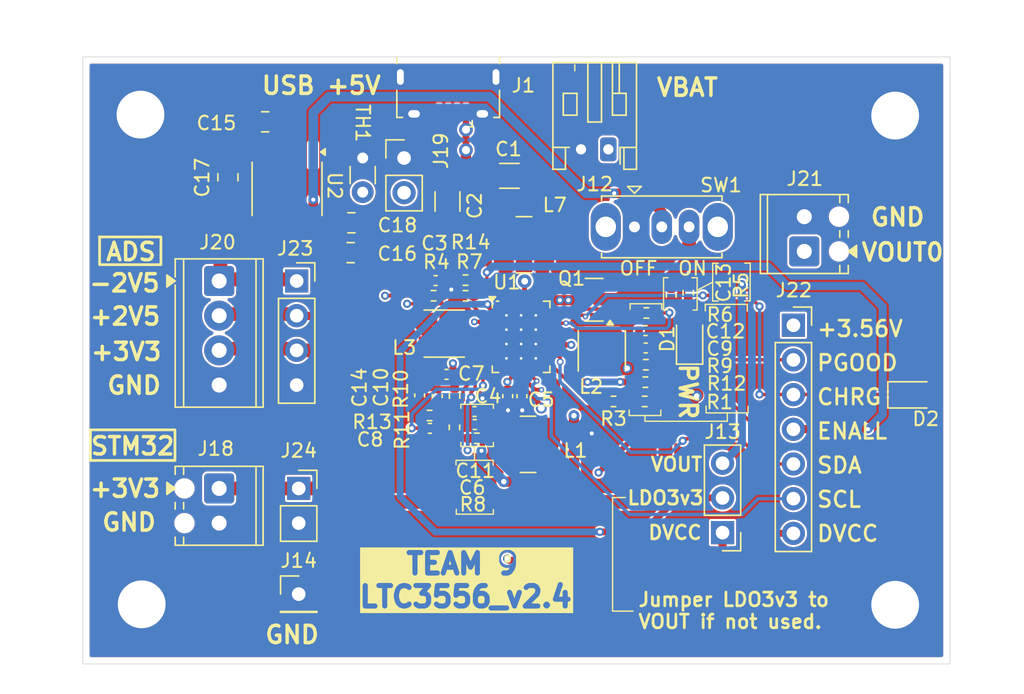
<source format=kicad_pcb>
(kicad_pcb (version 20241229) (generator "pcbnew") (generator_version "9.0")
  (layers (0 "F.Cu" signal) (4 "In1.Cu" signal) (6 "In2.Cu" signal) (2 "B.Cu" signal) (13 "F.Paste" user) (15 "B.Paste" user) (5 "F.SilkS" user "F.Silkscreen") (7 "B.SilkS" user "B.Silkscreen") (1 "F.Mask" user) (3 "B.Mask" user) (25 "Edge.Cuts" user))
  (net 0 "")
  (net 1 "GND")
  (net 2 "Net-(J1-VBUS)")
  (net 3 "Net-(U1-CLPROG)")
  (net 4 "Net-(U1-FB3)")
  (net 5 "Net-(U1-VC3)")
  (net 6 "Net-(U1-FB2)")
  (net 7 "Net-(U1-FB1)")
  (net 8 "Net-(U2-CAP+)")
  (net 9 "Net-(U2-CAP-)")
  (net 10 "Net-(D1-A)")
  (net 14 "VBAT")
  (net 15 "Net-(U1-SW2)")
  (net 16 "Net-(U1-SW1)")
  (net 17 "Net-(U1-SW)")
  (net 18 "Net-(Q1-G)")
  (net 19 "Net-(U1-PROG)")
  (net 20 "Net-(U1-SWCD3)")
  (net 21 "Net-(U1-SWAB3)")
  (net 23 "Net-(D2-A)")
  (net 24 "Net-(J13-Pin_3)")
  (net 25 "Net-(J13-Pin_2)")
  (net 26 "Net-(C3-Pad2)")
  (net 27 "Net-(J19-Pin_2)")
  (net 28 "Net-(U2-OSC)")
  (net 29 "Net-(U2-LV)")
  (net 31 "/VOUT0")
  (net 32 "/DVCC")
  (net 33 "/3V56")
  (net 34 "/3V3")
  (net 35 "/P2V5")
  (net 36 "/CHRG")
  (net 37 "/N2V5")
  (net 38 "/PGOOD")
  (net 39 "/SDA")
  (net 40 "/ENALL")
  (net 41 "/SCL")
  (footprint "Inductor_SMD:L_Coilcraft_LPS3010" (layer "F.Cu") (at 135.5575 99.6825)
    (property "Reference" "L3")
    (property "Value" "4.7uH/500mA")
  )
  (footprint "Capacitor_SMD:C_0402_1005Metric" (layer "F.Cu") (at 133.76 104.21 -90)
    (property "Reference" "C14")
    (property "Value" "10uF")
  )
  (footprint "Resistor_SMD:R_0402_1005Metric_Pad0.72x0.64mm_HandSolder" (layer "F.Cu") (at 137.12 95.767 180)
    (property "Reference" "R14")
    (property "Value" "8.25 Ohm")
  )
  (footprint "Capacitor_SMD:C_1206_3216Metric" (layer "F.Cu") (at 140.33 88.13)
    (property "Reference" "C1")
    (property "Value" "10uF")
  )
  (footprint "Package_TO_SOT_SMD:SOT-23" (layer "F.Cu") (at 146.54 97.205 180)
    (property "Reference" "Q1")
    (property "Value" "SI2333DS")
  )
  (footprint "Capacitor_SMD:C_0805_2012Metric_Pad1.18x1.45mm_HandSolder" (layer "F.Cu") (at 128.71 93.755 180)
    (property "Reference" "C16")
    (property "Value" "10uF")
  )
  (footprint "Resistor_SMD:R_0402_1005Metric_Pad0.72x0.64mm_HandSolder" (layer "F.Cu") (at 150.241 104.648)
    (property "Reference" "R1")
    (property "Value" "510")
  )
  (footprint "TerminalBlock_Phoenix:TerminalBlock_Phoenix_MPT-0,5-2-2.54_1x02_P2.54mm_Horizontal" (layer "F.Cu") (at 119.08 111.02 -90)
    (property "Reference" "J18")
    (property "Value" "Screw_Terminal_01x02")
  )
  (footprint "Capacitor_SMD:C_1206_3216Metric" (layer "F.Cu") (at 135.8 90.01 -90)
    (property "Reference" "C2")
    (property "Value" "100nF")
  )
  (footprint "Connector_PinHeader_2.54mm:PinHeader_1x02_P2.54mm_Vertical" (layer "F.Cu") (at 132.62 86.825)
    (property "Reference" "J19")
    (property "Value" "Conn_01x02_Pin")
  )
  (footprint "Capacitor_SMD:C_0402_1005Metric" (layer "F.Cu") (at 150.3163 100.7375)
    (property "Reference" "C9")
    (property "Value" "10pF")
  )
  (footprint "Capacitor_SMD:C_0402_1005Metric" (layer "F.Cu") (at 134.51 106.62 180)
    (property "Reference" "C8")
    (property "Value" "130pF")
  )
  (footprint "MountingHole:MountingHole_3.5mm_Pad_TopBottom" (layer "F.Cu") (at 168.58 119.54)
    (property "Reference" "H4" (hide yes))
    (property "Value" "MountingHole_Pad")
  )
  (footprint "Inductor_SMD:L_Coilcraft_LPS3010" (layer "F.Cu") (at 147.1 100.95 90)
    (property "Reference" "L2")
    (property "Value" "4.7uH/500mA")
  )
  (footprint "Capacitor_SMD:C_0402_1005Metric" (layer "F.Cu") (at 135.73 102.67)
    (property "Reference" "C7")
    (property "Value" "1uF")
  )
  (footprint "Resistor_SMD:R_0402_1005Metric_Pad0.72x0.64mm_HandSolder" (layer "F.Cu") (at 134.7825 96.91 180)
    (property "Reference" "R4")
    (property "Value" "100K")
  )
  (footprint "MountingHole:MountingHole_3.5mm_Pad_TopBottom" (layer "F.Cu") (at 113.32 83.6475)
    (property "Reference" "H1" (hide yes))
    (property "Value" "MountingHole_Pad")
  )
  (footprint "Connector_PinSocket_2.54mm:PinSocket_1x04_P2.54mm_Vertical" (layer "F.Cu") (at 124.755 95.83)
    (property "Reference" "J23")
    (property "Value" "Conn_01x04")
  )
  (footprint "Connector_PinSocket_2.54mm:PinSocket_1x02_P2.54mm_Vertical" (layer "F.Cu") (at 124.905 111.02)
    (property "Reference" "J24")
    (property "Value" "Conn_01x02")
  )
  (footprint "Resistor_SMD:R_0402_1005Metric_Pad0.72x0.64mm_HandSolder" (layer "F.Cu") (at 137.125 96.915 180)
    (property "Reference" "R7")
    (property "Value" "3.01K")
  )
  (footprint "Resistor_SMD:R_0402_1005Metric_Pad0.72x0.64mm_HandSolder" (layer "F.Cu") (at 134.49 105.68 180)
    (property "Reference" "R13")
    (property "Value" "110K")
  )
  (footprint "Connector_PinHeader_2.54mm:PinHeader_1x03_P2.54mm_Vertical" (layer "F.Cu") (at 155.94 114.255 180)
    (property "Reference" "J13")
    (property "Value" "Conn_01x03_Pin")
  )
  (footprint "Connector_USB:USB_Micro-B_Amphenol_10118194-0001LF_Horizontal" (layer "F.Cu") (at 135.85 82.1944 180)
    (property "Reference" "J1")
    (property "Value" "USB_B_Micro")
  )
  (footprint "Capacitor_THT:C_Disc_D3.0mm_W1.6mm_P2.50mm" (layer "F.Cu") (at 129.59 86.825 -90)
    (property "Reference" "TH1")
    (property "Value" "DNP")
  )
  (footprint "MountingHole:MountingHole_3.5mm_Pad_TopBottom" (layer "F.Cu") (at 168.58 83.72)
    (property "Reference" "H2" (hide yes))
    (property "Value" "MountingHole_Pad")
  )
  (footprint "Capacitor_SMD:C_0805_2012Metric_Pad1.18x1.45mm_HandSolder" (layer "F.Cu") (at 128.765 91.5675)
    (property "Reference" "C18")
    (property "Value" "10uF")
  )
  (footprint "Resistor_SMD:R_0402_1005Metric_Pad0.72x0.64mm_HandSolder" (layer "F.Cu") (at 136.31 106.55 90)
    (property "Reference" "R11")
    (property "Value" "110K")
  )
  (footprint "Package_DFN_QFN:QFN-28-1EP_4x5mm_P0.5mm_EP2.65x3.65mm_ThermalVias" (layer "F.Cu") (at 141.19 99.92)
    (property "Reference" "U1")
    (property "Value" "LTC3556EUFD_PBF")
  )
  (footprint "Capacitor_SMD:C_0402_1005Metric" (layer "F.Cu") (at 140.21 104.26 90)
    (property "Reference" "C4")
    (property "Value" "100nF")
  )
  (footprint "Capacitor_SMD:C_0402_1005Metric" (layer "F.Cu") (at 152.18 96.91 -90)
    (property "Reference" "C13")
    (property "Value" "10uF")
  )
  (footprint "Connector_PinHeader_2.54mm:PinHeader_1x01_P2.54mm_Vertical" (layer "F.Cu") (at 124.905 118.76)
    (property "Reference" "J14")
    (property "Value" "Conn_01x01_Pin")
  )
  (footprint "Capacitor_SMD:C_0805_2012Metric_Pad1.18x1.45mm_HandSolder" (layer "F.Cu") (at 122.4525 84.175 180)
    (property "Reference" "C15")
    (property "Value" "10uF")
  )
  (footprint "Resistor_SMD:R_0402_1005Metric_Pad0.72x0.64mm_HandSolder" (layer "F.Cu") (at 150.368 98.171 180)
    (property "Reference" "R6")
    (property "Value" "3.01K")
  )
  (footprint "Button_Switch_THT:SW_Slide_SPDT_Straight_CK_OS102011MS2Q" (layer "F.Cu") (at 149.49 91.8675)
    (property "Reference" "SW1")
    (property "Value" "SW_SPDT")
  )
  (footprint "Inductor_SMD:L_Coilcraft_LPS4018" (layer "F.Cu") (at 141.6975 107.7925 180)
    (property "Reference" "L1")
    (property "Value" "2.2uH/1.6A")
  )
  (footprint "TerminalBlock_Phoenix:TerminalBlock_Phoenix_MPT-0,5-2-2.54_1x02_P2.54mm_Horizontal" (layer "F.Cu") (at 161.925 93.6625 90)
    (property "Reference" "J21")
    (property "Value" "Screw_Terminal_01x02")
  )
  (footprint "Resistor_SMD:R_0402_1005Metric_Pad0.72x0.64mm_HandSolder" (layer "F.Cu") (at 153.4275 96.6825 -90)
    (property "Reference" "R5")
    (property "Value" "510 Ohm")
  )
  (footprint "LED_SMD:LED_0805_2012Metric_Pad1.15x1.40mm_HandSolder" (layer "F.Cu") (at 153.5275 100.0625 90)
    (property "Reference" "D1")
    (property "Value" "LED")
  )
  (footprint "Capacitor_SMD:C_0402_1005Metric" (layer "F.Cu") (at 135.0495 104.2545 -90)
    (property "Reference" "C10")
    (property "Value" "10pF")
  )
  (footprint "Connector_PinSocket_2.54mm:PinSocket_1x07_P2.54mm_Vertical" (layer "F.Cu") (at 161.13 99.07)
    (property "Reference" "J22")
    (property "Value" "Conn_01x07")
  )
  (footprint "Capacitor_SMD:C_0402_1005Metric" (layer "F.Cu") (at 134.93 95.8)
    (property "Reference" "C3")
    (property "Value" "100nF")
  )
  (footprint "Capacitor_SMD:C_0402_1005Metric" (layer "F.Cu") (at 150.3025 99.4625)
    (property "Reference" "C12")
    (property "Value" "10uF")
  )
  (footprint "Resistor_SMD:R_0402_1005Metric_Pad0.72x0.64mm_HandSolder" (layer "F.Cu") (at 137.95 107.35 180)
    (property "Reference" "R8")
    (property "Value" "383K")
  )
  (footprint "Capacitor_SMD:C_0402_1005Metric" (layer "F.Cu") (at 137.78 105.39 180)
    (property "Reference" "C11")
    (property "Value" "10uF")
  )
  (footprint "Capacitor_SMD:C_0805_2012Metric_Pad1.18x1.45mm_HandSolder" (layer "F.Cu") (at 119.7225 88.235 90)
    (property "Reference" "C17")
    (property "Value" "DNP")
  )
  (footprint "Capacitor_SMD:C_0402_1005Metric" (layer "F.Cu") (at 141.25 104.27 90)
    (property "Reference" "C5")
    (property "Value" "1uF")
  )
  (footprint "Resistor_SMD:R_0402_1005Metric_Pad0.72x0.64mm_HandSolder" (layer "F.Cu") (at 150.2895 103.2385)
    (property "Reference" "R12")
    (property "Value" "110K")
  )
  (footprint "TerminalBlock_Phoenix:TerminalBlock_Phoenix_MPT-0,5-4-2.54_1x04_P2.54mm_Horizontal" (layer "F.Cu") (at 119.08 95.83 -90)
    (property "Reference" "J20")
    (property "Value" "Screw_Terminal_01x04")
  )
  (footprint "Package_SO:SOIC-8_3.9x4.9mm_P1.27mm" (layer "F.Cu") (at 124.0525 89.085 -90)
    (property "Reference" "U2")
    (property "Value" "TC7660B")
  )
  (footprint "Inductor_SMD:L_Coilcraft_LPS4018" (layer "F.Cu") (at 141.3995 93.1801 180)
    (property "Reference" "L7")
    (property "Value" "3.3uH/1.7A")
  )
  (footprint "Capacitor_SMD:C_0402_1005Metric" (layer "F.Cu") (at 137.8 106.34)
    (property "Reference" "C6")
    (property "Value" "1uF")
  )
  (footprint "Resistor_SMD:R_0402_1005Metric_Pad0.72x0.64mm_HandSolder" (layer "F.Cu") (at 147.955 104.648 180)
    (property "Reference" "R3")
    (property "Value" "10K")
  )
  (footprint "Resistor_SMD:R_0402_1005Metric_Pad0.72x0.64mm_HandSolder" (layer "F.Cu") (at 150.3275 101.9625)
    (property "Reference" "R9")
    (property "Value" "350K")
  )
  (footprint "Connector_JST:JST_PH_S2B-PH-K_1x02_P2.00mm_Horizontal" (layer "F.Cu") (at 147.5775 86.19 180)
    (property "Reference" "J12")
    (property "Value" "Conn_01x02_Pin")
  )
  (footprint "LED_SMD:LED_0805_2012Metric_Pad1.15x1.40mm_HandSolder" (layer "F.Cu") (at 169.9025 104.17)
    (property "Reference" "D2")
    (property "Value" "LED")
  )
  (footprint "Resistor_SMD:R_0402_1005Metric_Pad0.72x0.64mm_HandSolder" (layer "F.Cu") (at 136.3195 104.2545 -90)
    (property "Reference" "R10")
    (property "Value" "240K")
  )
  (footprint "MountingHole:MountingHole_3.5mm_Pad_TopBottom" (layer "F.Cu") (at 113.4075 119.505)
    (property "Reference" "H3" (hide yes))
    (property "Value" "MountingHole_Pad")
  )
  (gr_line (start 151.42 105.68) (end 151.42 105.28) (stroke (width 0.1)) (layer "F.SilkS"))
  (gr_line (start 149.1 105.28) (end 149.1 105.68) (stroke (width 0.1)) (layer "F.SilkS"))
  (gr_line (start 137.7825 108.965) (end 137.7825 108.535) (stroke (width 0.1)) (layer "F.SilkS"))
  (gr_line (start 156.285 106.09) (end 156.285 105.49) (stroke (width 0.1)) (layer "F.SilkS"))
  (gr_line (start 139.1625 112.895) (end 139.1625 112.565) (stroke (width 0.1)) (layer "F.SilkS"))
  (gr_line (start 154.08 97.96) (end 153.78 97.96) (stroke (width 0.1)) (layer "F.SilkS"))
  (gr_line (start 151.62 95.59) (end 151.62 97.94) (stroke (width 0.1)) (layer "F.SilkS"))
  (gr_line (start 155.22 97.3) (end 155.62 97.3) (stroke (width 0.1)) (layer "F.SilkS"))
  (gr_line (start 155.22 94.53) (end 155.62 94.53) (stroke (width 0.1)) (layer "F.SilkS"))
  (gr_line (start 154.1 96.495) (end 155.2175 95.915) (stroke (width 0.1)) (layer "F.SilkS"))
  (gr_line (start 150.28 106.1) (end 156.28 106.1) (stroke (width 0.1)) (layer "F.SilkS"))
  (gr_line (start 157.96 97.29) (end 157.56 97.29) (stroke (width 0.1)) (layer "F.SilkS"))
  (gr_line (start 155.215 97.3) (end 155.22 94.53) (stroke (width 0.1)) (layer "F.SilkS"))
  (gr_line (start 154.735 105.49) (end 157.805 105.49) (stroke (width 0.1)) (layer "F.SilkS"))
  (gr_line (start 154.08 95.59) (end 153.69 95.59) (stroke (width 0.1)) (layer "F.SilkS"))
  (gr_line (start 151.62 97.94) (end 151.92 97.94) (stroke (width 0.1)) (layer "F.SilkS"))
  (gr_line (start 139.1345 112.902) (end 136.4445 112.902) (stroke (width 0.1)) (layer "F.SilkS"))
  (gr_line (start 151.49 97.5) (end 149.17 97.5) (stroke (width 0.1)) (layer "F.SilkS"))
  (gr_line (start 136.779 107.95) (end 139.16 107.95) (stroke (width 0.1)) (layer "F.SilkS"))
  (gr_line (start 139.1425 108.99) (end 139.1425 109.31) (stroke (width 0.1)) (layer "F.SilkS"))
  (gr_line (start 157.965 94.52) (end 157.96 97.29) (stroke (width 0.1)) (layer "F.SilkS"))
  (gr_line (start 157.745 98.04) (end 157.745 97.54) (stroke (width 0.1)) (layer "F.SilkS"))
  (gr_line (start 147.8875 111.6875) (end 148.82 111.6875) (stroke (width 0.1)) (layer "F.SilkS"))
  (gr_line (start 137.78 108.6) (end 137.78 107.97) (stroke (width 0.1)) (layer "F.SilkS"))
  (gr_line (start 139.161 104.86) (end 136.78 104.86) (stroke (width 0.1)) (layer "F.SilkS"))
  (gr_line (start 136.78 104.87) (end 136.78 105.15) (stroke (width 0.1)) (layer "F.SilkS"))
  (gr_line (start 154.08 95.59) (end 154.08 97.94) (stroke (width 0.1)) (layer "F.SilkS"))
  (gr_rect (start 110.325 92.605) (end 114.815 94.635) (stroke (width 0.2)) (fill no) (layer "F.SilkS"))
  (gr_line (start 136.4225 108.965) (end 136.4225 109.295) (stroke (width 0.1)) (layer "F.SilkS"))
  (gr_line (start 154.735 104.99) (end 154.735 105.49) (stroke (width 0.1)) (layer "F.SilkS"))
  (gr_line (start 147.8875 120.0025) (end 147.8875 111.6875) (stroke (width 0.1)) (layer "F.SilkS"))
  (gr_line (start 157.96 94.52) (end 157.56 94.52) (stroke (width 0.1)) (layer "F.SilkS"))
  (gr_line (start 150.26 105.68) (end 150.26 106.1) (stroke (width 0.1)) (layer "F.SilkS"))
  (gr_line (start 136.4505 108.958) (end 139.1405 108.958) (stroke (width 0.1)) (layer "F.SilkS"))
  (gr_line (start 157.745 97.54) (end 154.675 97.54) (stroke (width 0.1)) (layer "F.SilkS"))
  (gr_line (start 149.38375 120.0025) (end 147.91125 120.0025) (stroke (width 0.1)) (layer "F.SilkS"))
  (gr_line (start 154.675 97.54) (end 154.675 98.02) (stroke (width 0.1)) (layer "F.SilkS"))
  (gr_line (start 136.4425 112.87) (end 136.4425 112.55) (stroke (width 0.1)) (layer "F.SilkS"))
  (gr_rect (start 109.655 106.73) (end 115.845 108.97) (stroke (width 0.2)) (fill no) (layer "F.SilkS"))
  (gr_line (start 136.779 107.95) (end 136.78 107.65) (stroke (width 0.1)) (layer "F.SilkS"))
  (gr_line (start 139.16 107.94) (end 139.16 107.66) (stroke (width 0.1)) (layer "F.SilkS"))
  (gr_line (start 151.94 95.59) (end 151.63 95.59) (stroke (width 0.1)) (layer "F.SilkS"))
  (gr_line (start 151.49 97.9) (end 151.49 97.5) (stroke (width 0.1)) (layer "F.SilkS"))
  (gr_line (start 145.12 79.9925) (end 145.12 80.4325) (stroke (width 0.1)) (layer "F.SilkS"))
  (gr_line (start 149.17 97.5) (end 149.17 97.9) (stroke (width 0.1)) (layer "F.SilkS"))
  (gr_line (start 157.805 105.49) (end 157.805 105.01) (stroke (width 0.1)) (layer "F.SilkS"))
  (gr_line (start 139.161 104.86) (end 139.16 105.16) (stroke (width 0.1)) (layer "F.SilkS"))
  (gr_line (start 149.1 105.68) (end 151.42 105.68) (stroke (width 0.1)) (layer "F.SilkS"))
  (gr_rect (start 109.095 79.42) (end 172.595 123.87) (stroke (width 0.05)) (fill no) (layer "Edge.Cuts"))
  (gr_text "LDO3v3" (at 148.8675 112.3025 0) (layer "F.SilkS") (effects (font (size 1 1) (thickness 0.2) (bold yes)) (justify left bottom)))
  (gr_text "SDA" (at 162.75 110 0) (layer "F.SilkS") (effects (font (size 1.15 1.15) (thickness 0.2)) (justify left bottom)))
  (gr_text "ADS" (at 114.575 93.695 0) (layer "F.SilkS") (effects (font (size 1.27 1.27) (thickness 0.254) (bold yes)) (justify right)))
  (gr_text "STM32" (at 115.935 107.92 0) (layer "F.SilkS") (effects (font (size 1.27 1.27) (thickness 0.254) (bold yes)) (justify right)))
  (gr_text "OFF  ON" (at 151.6 94.91 0) (layer "F.SilkS") (effects (font (size 1 1))))
  (gr_text "CHRG" (at 162.75 105 0) (layer "F.SilkS") (effects (font (size 1.15 1.15) (thickness 0.2)) (justify left bottom)))
  (gr_text "PGOOD" (at 162.75 102.5 0) (layer "F.SilkS") (effects (font (size 1.15 1.15) (thickness 0.2)) (justify left bottom)))
  (gr_text "GND" (at 166.66 91.9 0) (layer "F.SilkS") (effects (font (size 1.27 1.27) (thickness 0.254) (bold yes)) (justify left bottom)))
  (gr_text "GND" (at 110.38 114.24 0) (layer "F.SilkS") (effects (font (size 1.27 1.27) (thickness 0.254) (bold yes)) (justify left bottom)))
  (gr_text "PWR" (at 152.674 101.758 270) (layer "F.SilkS") (effects (font (size 1.27 1.27) (thickness 0.254) (bold yes)) (justify left bottom)))
  (gr_text "   TEAM 9\nLTC3556_v2.4" (at 129.17 119.8325 0) (layer "F.SilkS" knockout) (effects (font (size 1.5 1.5) (thickness 0.375) (bold yes)) (justify left bottom)))
  (gr_text "-2V5" (at 114.86 96.73 0) (layer "F.SilkS") (effects (font (size 1.27 1.27) (thickness 0.254) (bold yes)) (justify right bottom)))
  (gr_text "SCL" (at 162.75 112.5 0) (layer "F.SilkS") (effects (font (size 1.15 1.15) (thickness 0.2)) (justify left bottom)))
  (gr_text "USB +5V" (at 122.07 82.26 0) (layer "F.SilkS") (effects (font (size 1.27 1.27) (thickness 0.254) (bold yes)) (justify left bottom)))
  (gr_text "+2V5" (at 109.49 99.16 0) (layer "F.SilkS") (effects (font (size 1.27 1.27) (thickness 0.254) (bold yes)) (justify left bottom)))
  (gr_text "+3V3" (at 109.57 101.75 0) (layer "F.SilkS") (effects (font (size 1.27 1.27) (thickness 0.254) (bold yes)) (justify left bottom)))
  (gr_text "DVCC\n" (at 150.395 114.84 0) (layer "F.SilkS") (effects (font (size 1 1) (thickness 0.2) (bold yes)) (justify left bottom)))
  (gr_text "VOUT0" (at 165.99 94.47 0) (layer "F.SilkS") (effects (font (size 1.27 1.27) (thickness 0.254) (bold yes)) (justify left bottom)))
  (gr_text "DVCC" (at 162.75 115 0) (layer "F.SilkS") (effects (font (size 1.15 1.15) (thickness 0.2)) (justify left bottom)))
  (gr_text "GND" (at 122.32 122.477 0) (layer "F.SilkS") (effects (font (size 1.27 1.27) (thickness 0.254) (bold yes)) (justify left bottom)))
  (gr_text "+3V3" (at 109.48 111.77 0) (layer "F.SilkS") (effects (font (size 1.27 1.27) (thickness 0.254) (bold yes)) (justify left bottom)))
  (gr_text "VBAT" (at 150.99 82.4 0) (layer "F.SilkS") (effects (font (size 1.27 1.27) (thickness 0.254) (bold yes)) (justify left bottom)))
  (gr_text "VOUT" (at 150.5825 109.8425 0) (layer "F.SilkS") (effects (font (size 1 1) (thickness 0.2) (bold yes)) (justify left bottom)))
  (gr_text "ENALL" (at 162.75 107.5 0) (layer "F.SilkS") (effects (font (size 1.15 1.15) (thickness 0.2)) (justify left bottom)))
  (gr_text "+3.56V" (at 162.75 100 0) (layer "F.SilkS") (effects (font (size 1.15 1.15) (thickness 0.2)) (justify left bottom)))
  (gr_text "GND" (at 110.75 104.22 0) (layer "F.SilkS") (effects (font (size 1.27 1.27) (thickness 0.254) (bold yes)) (justify left bottom)))
  (gr_text "Jumper LDO3v3 to \nVOUT if not used." (at 149.675 121.355 0) (layer "F.SilkS") (effects (font (size 1 1) (thickness 0.2) (bold yes)) (justify left bottom)))
  (segment (start 137.1675 105.9825) (end 137.3 105.85) (width 0.25) (layer "F.Cu") (net 1))
  (segment (start 137.33 105.39) (end 137.3 105.39) (width 0.25) (layer "F.Cu") (net 1))
  (segment (start 140.23 105.31) (end 140.23 104.76) (width 0.25) (layer "F.Cu") (net 1))
  (segment (start 138.36 104.43) (end 138.29 104.43) (width 0.25) (layer "F.Cu") (net 1))
  (segment (start 137.3 106.32) (end 137.32 106.34) (width 0.25) (layer "F.Cu") (net 1))
  (segment (start 141.27 105.37) (end 141.27 104.77) (width 0.25) (layer "F.Cu") (net 1))
  (segment (start 136.105 96.46) (end 136.555 96.91) (width 0.4) (layer "F.Cu") (net 1))
  (segment (start 137.3 105.39) (end 137.3 105.85) (width 0.25) (layer "F.Cu") (net 1))
  (segment (start 138.29 104.43) (end 137.33 105.39) (width 0.25) (layer "F.Cu") (net 1))
  (segment (start 136.08 96.46) (end 136.105 96.46) (width 0.25) (layer "F.Cu") (net 1))
  (segment (start 141.27 104.77) (end 141.25 104.75) (width 0.25) (layer "F.Cu") (net 1))
  (segment (start 140.23 104.76) (end 140.21 104.74) (width 0.25) (layer "F.Cu") (net 1))
  (segment (start 137.3 105.85) (end 137.3 106.32) (width 0.25) (layer "F.Cu") (net 1))
  (segment (start 136.24 105.9825) (end 137.1675 105.9825) (width 0.25) (layer "F.Cu") (net 1))
  (via (at 141.27 105.3) (size 0.6) (drill 0.3) (layers "F.Cu" "B.Cu") (net 1))
  (via (at 146.3625 106.9925) (size 0.6) (drill 0.3) (layers "F.Cu" "B.Cu") (net 1))
  (via (at 140.23 105.3) (size 0.6) (drill 0.3) (layers "F.Cu" "B.Cu") (net 1))
  (via (at 136.08 96.46) (size 0.5) (drill 0.3) (layers "F.Cu" "B.Cu") (net 1))
  (via (at 138.36 104.43) (size 0.6) (drill 0.3) (layers "F.Cu" "B.Cu") (net 1))
  (segment (start 137.155 88.03) (end 138.765 88.03) (width 0.635) (layer "F.Cu") (net 2))
  (segment (start 137.15 84.3067) (end 137.15 86.245) (width 0.5) (layer "F.Cu") (net 2))
  (segment (start 134.567532 97.506) (end 134.573532 97.5) (width 0.25) (layer "F.Cu") (net 2))
  (segment (start 134.573532 97.5) (end 135.3275 97.5) (width 0.25) (layer "F.Cu") (net 2))
  (segment (start 141.44 95.8574) (end 141.4503 95.8471) (width 0.25) (layer "F.Cu") (net 2))
  (segment (start 133.796468 97.5) (end 133.802468 97.506) (width 0.25) (layer "F.Cu") (net 2))
  (segment (start 141.44 97.47) (end 141.44 95.8574) (width 0.35) (layer "F.Cu") (net 2))
  (segment (start 133.802468 97.506) (end 134.567532 97.506) (width 0.25) (layer "F.Cu") (net 2))
  (segment (start 137.15 86.245) (end 137.15 88.025) (width 0.75) (layer "F.Cu") (net 2))
  (segment (start 137.15 88.025) (end 137.155 88.03) (width 0.5) (layer "F.Cu") (net 2))
  (segment (start 135.38 97.4475) (end 135.38 96.91) (width 0.25) (layer "F.Cu") (net 2))
  (segment (start 138.765 88.03) (end 138.825 88.09) (width 0.635) (layer "F.Cu") (net 2))
  (segment (start 135.3275 97.5) (end 135.38 97.4475) (width 0.25) (layer "F.Cu") (net 2))
  (segment (start 132.85 97.5) (end 133.796468 97.5) (width 0.25) (layer "F.Cu") (net 2))
  (segment (start 137.15 84.255) (end 137.15 83.595) (width 0.4) (layer "F.Cu") (net 2))
  (segment (start 136.65 88.535) (end 137.155 88.03) (width 0.635) (layer "F.Cu") (net 2))
  (segment (start 136.29 88.535) (end 136.65 88.535) (width 0.635) (layer "F.Cu") (net 2))
  (via (at 137.15 84.7475) (size 1) (drill 0.6) (layers "F.Cu" "B.Cu") (net 2))
  (via (at 141.4503 95.8471) (size 1) (drill 0.5) (layers "F.Cu" "B.Cu") (net 2))
  (via (at 137.15 86.245) (size 1) (drill 0.6) (layers "F.Cu" "B.Cu") (net 2))
  (via (at 132.842 97.5) (size 0.6) (drill 0.3) (layers "F.Cu" "B.Cu") (net 2))
  (segment (start 137.7275 97.26) (end 137.7275 97.7225) (width 0.25) (layer "F.Cu") (net 3))
  (segment (start 137.7175 95.767) (end 137.7175 97.25) (width 0.25) (layer "F.Cu") (net 3))
  (segment (start 137.7175 97.25) (end 137.7275 97.26) (width 0.25) (layer "F.Cu") (net 3))
  (segment (start 137.7275 97.7225) (end 138.675 98.67) (width 0.25) (layer "F.Cu") (net 3))
  (segment (start 138.675 98.67) (end 139.24 98.67) (width 0.25) (layer "F.Cu") (net 3))
  (segment (start 136.2425 107.18) (end 136.24 107.1775) (width 0.25) (layer "F.Cu") (net 4))
  (segment (start 135.5475 107.1775) (end 134.99 106.62) (width 0.25) (layer "F.Cu") (net 4))
  (segment (start 137.822499 103.687501) (end 137.822499 102.167501) (width 0.25) (layer "F.Cu") (net 4))
  (segment (start 137.3025 108.1875) (end 137.3025 107.42) (width 0.25) (layer "F.Cu") (net 4))
  (segment (start 137.3025 107.42) (end 137.0625 107.18) (width 0.25) (layer "F.Cu") (net 4))
  (segment (start 137.27 108.22) (end 137.3025 108.1875) (width 0.25) (layer "F.Cu") (net 4))
  (segment (start 137.53 104.35) (end 137.53 103.98) (width 0.25) (layer "F.Cu") (net 4))
  (segment (start 137.822499 102.167501) (end 138.82 101.17) (width 0.25) (layer "F.Cu") (net 4))
  (segment (start 138.82 101.17) (end 139.24 101.17) (width 0.25) (layer "F.Cu") (net 4))
  (segment (start 137.0625 107.18) (end 136.2425 107.18) (width 0.25) (layer "F.Cu") (net 4))
  (segment (start 136.24 107.1775) (end 135.5475 107.1775) (width 0.25) (layer "F.Cu") (net 4))
  (segment (start 137.53 103.98) (end 137.822499 103.687501) (width 0.25) (layer "F.Cu") (net 4))
  (via (at 137.53 104.35) (size 0.6) (drill 0.3) (layers "F.Cu" "B.Cu") (net 4))
  (via (at 137.27 108.22) (size 0.6) (drill 0.3) (layers "F.Cu" "B.Cu") (net 4))
  (segment (start 137.27 108.22) (end 137.27 104.61) (width 0.25) (layer "B.Cu") (net 4))
  (segment (start 137.27 104.61) (end 137.53 104.35) (width 0.25) (layer "B.Cu") (net 4))
  (segment (start 138.397499 102.512501) (end 139.24 101.67) (width 0.25) (layer "F.Cu") (net 5))
  (segment (start 138.397499 103.486002) (end 138.397499 102.512501) (width 0.25) (layer "F.Cu") (net 5))
  (segment (start 133.18 106.61) (end 134.02 106.61) (width 0.25) (layer "F.Cu") (net 5))
  (segment (start 134.02 106.61) (end 134.03 106.62) (width 0.25) (layer "F.Cu") (net 5))
  (via (at 133.18 106.61) (size 0.6) (drill 0.3) (layers "F.Cu" "B.Cu") (net 5))
  (via (at 138.397499 103.486002) (size 0.6) (drill 0.3) (layers "F.Cu" "B.Cu") (net 5))
  (segment (start 133.18 105.57) (end 133.18 106.61) (width 0.25) (layer "B.Cu") (net 5))
  (segment (start 138.123501 103.76) (end 134.99 103.76) (width 0.25) (layer "B.Cu") (net 5))
  (segment (start 134.99 103.76) (end 133.18 105.57) (width 0.25) (layer "B.Cu") (net 5))
  (segment (start 138.397499 103.486002) (end 138.123501 103.76) (width 0.25) (layer "B.Cu") (net 5))
  (segment (start 150.925 100.8662) (end 150.7963 100.7375) (width 0.25) (layer "F.Cu") (net 6))
  (segment (start 143.601304 100.678411) (end 143.672893 100.75) (width 0.3) (layer "F.Cu") (net 6))
  (segment (start 150.925 101.9625) (end 150.925 100.8662) (width 0.3) (layer "F.Cu") (net 6))
  (segment (start 144.88 102.53) (end 145.5725 103.2225) (width 0.5) (layer "F.Cu") (net 6))
  (segment (start 143.879173 100.76) (end 144.27 101.05) (width 0.3) (layer "F.Cu") (net 6))
  (segment (start 144.88 101.3) (end 144.88 102.53) (width 0.5) (layer "F.Cu") (net 6))
  (segment (start 143.609716 100.67) (end 143.14 100.67) (width 0.25) (layer "F.Cu") (net 6))
  (segment (start 149.692 103.1955) (end 149.8045 103.1955) (width 0.3) (layer "F.Cu") (net 6))
  (segment (start 150.925 102.075) (end 150.925 101.9625) (width 0.3) (layer "F.Cu") (net 6))
  (segment (start 145.5725 103.2225) (end 146.0575 103.2225) (width 0.5) (layer "F.Cu") (net 6))
  (segment (start 149.8045 103.1955) (end 150.925 102.075) (width 0.4) (layer "F.Cu") (net 6))
  (segment (start 148.4475 103.2225) (end 149.676 103.2225) (width 0.5) (layer "F.Cu") (net 6))
  (segment (start 143.672893 100.75) (end 143.71 100.75) (width 0.3) (layer "F.Cu") (net 6))
  (segment (start 143.71 100.75) (end 143.72 100.76) (width 0.3) (layer "F.Cu") (net 6))
  (segment (start 149.676 103.2225) (end 149.692 103.2385) (width 0.25) (layer "F.Cu") (net 6))
  (segment (start 144.27 101.05) (end 144.88 101.2) (width 0.3) (layer "F.Cu") (net 6))
  (segment (start 149.692 103.2385) (end 149.692 103.1955) (width 0.25) (layer "F.Cu") (net 6))
  (segment (start 143.72 100.76) (end 143.879173 100.76) (width 0.3) (layer "F.Cu") (net 6))
  (via (at 146.0575 103.2225) (size 0.6) (drill 0.3) (layers "F.Cu" "B.Cu") (net 6))
  (via (at 148.4475 103.2225) (size 0.6) (drill 0.3) (layers "F.Cu" "B.Cu") (net 6))
  (segment (start 146.0575 103.2225) (end 148.4475 103.2225) (width 0.5) (layer "B.Cu") (net 6))
  (segment (start 136.658 104.852) (end 136.3195 104.852) (width 0.25) (layer "F.Cu") (net 7))
  (segment (start 136.9375 103.7925) (end 136.9375 104.5725) (width 0.25) (layer "F.Cu") (net 7))
  (segment (start 137.4225 103.3075) (end 136.9375 103.7925) (width 0.25) (layer "F.Cu") (net 7))
  (segment (start 138.71 100.67) (end 137.4225 101.9575) (width 0.25) (layer "F.Cu") (net 7))
  (segment (start 136.202 104.7345) (end 136.3195 104.852) (width 0.25) (layer "F.Cu") (net 7))
  (segment (start 139.24 100.67) (end 138.71 100.67) (width 0.25) (layer "F.Cu") (net 7))
  (segment (start 136.9375 104.5725) (end 136.658 104.852) (width 0.25) (layer "F.Cu") (net 7))
  (segment (start 135.0495 104.7345) (end 135.0495 105.642) (width 0.25) (layer "F.Cu") (net 7))
  (segment (start 135.0495 104.7345) (end 136.202 104.7345) (width 0.25) (layer "F.Cu") (net 7))
  (segment (start 137.4225 101.9575) (end 137.4225 103.3075) (width 0.25) (layer "F.Cu") (net 7))
  (segment (start 135.0495 105.642) (end 135.0875 105.68) (width 0.25) (layer "F.Cu") (net 7))
  (segment (start 123.49 84.175) (end 124.25 84.175) (width 0.6) (layer "F.Cu") (net 8))
  (segment (start 124.6875 84.6125) (end 124.6875 86.61) (width 0.6) (layer "F.Cu") (net 8))
  (segment (start 124.25 84.175) (end 124.6875 84.6125) (width 0.6) (layer "F.Cu") (net 8))
  (segment (start 121.705 86.61) (end 122.1 86.61) (width 0.7) (layer "F.Cu") (net 9))
  (segment (start 121.415 86.32) (end 121.705 86.61) (width 0.6) (layer "F.Cu") (net 9))
  (segment (start 121.415 84.175) (end 121.415 86.32) (width 0.6) (layer "F.Cu") (net 9))
  (segment (start 153.5275 97.38) (end 153.4275 97.28) (width 0.25) (layer "F.Cu") (net 10))
  (segment (start 153.5275 99.0375) (end 153.5275 97.38) (width 0.25) (layer "F.Cu") (net 10))
  (segment (start 145.57 97.2375) (end 142.8425 97.2375) (width 0.75) (layer "F.Cu") (net 14))
  (segment (start 142.8425 97.2375) (end 142.6775 97.4025) (width 0.75) (layer "F.Cu") (net 14))
  (via (at 144.0275 97.2375) (size 0.6) (drill 0.3) (layers "F.Cu" "B.Cu") (net 14))
  (via (at 144.6525 97.2375) (size 0.6) (drill 0.3) (layers "F.Cu" "B.Cu") (net 14))
  (segment (start 143.14 99.67) (end 144.46 99.67) (width 0.45) (layer "F.Cu") (net 15))
  (segment (start 147.0975 99.6825) (end 147.1 99.68) (width 0.75) (layer "F.Cu") (net 15))
  (segment (start 144.4875 99.6825) (end 147.0975 99.6825) (width 0.75) (layer "F.Cu") (net 15))
  (segment (start 137.9775 99.6825) (end 136.8275 99.6825) (width 0.75) (layer "F.Cu") (net 16))
  (segment (start 139.24 99.67) (end 138.06 99.67) (width 0.45) (layer "F.Cu") (net 16))
  (segment (start 140.0475 95.8875) (end 140.0475 95.1625) (width 1) (layer "F.Cu") (net 17))
  (segment (start 140.0475 95.1625) (end 140.0575 95.1525) (width 1) (layer "F.Cu") (net 17))
  (segment (start 140.94 97.47) (end 140.94 96.875) (width 0.25) (layer "F.Cu") (net 17))
  (segment (start 140.8775 96.875) (end 140.185 96.12) (width 0.4) (layer "F.Cu") (net 17))
  (segment (start 143.42 97.89) (end 147.485 97.89) (width 0.25) (layer "F.Cu") (net 18))
  (segment (start 143.14 98.17) (end 143.42 97.89) (width 0.25) (layer "F.Cu") (net 18))
  (segment (start 152.029 98.171) (end 152.0475 98.1525) (width 0.25) (layer "F.Cu") (net 19))
  (segment (start 143.69 99.17) (end 143.9375 98.9225) (width 0.25) (layer "F.Cu") (net 19))
  (segment (start 150.9655 98.171) (end 152.029 98.171) (width 0.25) (layer "F.Cu") (net 19))
  (segment (start 144.4675 98.9225) (end 144.4775 98.9125) (width 0.25) (layer "F.Cu") (net 19))
  (segment (start 143.14 99.17) (end 143.69 99.17) (width 0.25) (layer "F.Cu") (net 19))
  (segment (start 143.9375 98.9225) (end 144.4675 98.9225) (width 0.25) (layer "F.Cu") (net 19))
  (via (at 152.0475 98.1525) (size 0.6) (drill 0.3) (layers "F.Cu" "B.Cu") (net 19))
  (via (at 144.4775 98.9125) (size 0.4) (drill 0.2) (layers "F.Cu" "B.Cu") (net 19))
  (segment (start 144.8975 98.9125) (end 144.4775 98.9125) (width 0.25) (layer "B.Cu") (net 19))
  (segment (start 152.0475 98.1525) (end 152.0475 99.0925) (width 0.25) (layer "B.Cu") (net 19))
  (segment (start 145.2825 99.2975) (end 144.8975 98.9125) (width 0.25) (layer "B.Cu") (net 19))
  (segment (start 151.8325 99.2975) (end 145.2825 99.2975) (width 0.25) (layer "B.Cu") (net 19))
  (segment (start 151.8375 99.3025) (end 151.8325 99.2975) (width 0.25) (layer "B.Cu") (net 19))
  (segment (start 152.0475 99.0925) (end 151.8375 99.3025) (width 0.25) (layer "B.Cu") (net 19))
  (segment (start 143.6725 103.3925) (end 143.6725 107.6625) (width 0.75) (layer "F.Cu") (net 20))
  (segment (start 142.6972 102.3366) (end 143.6725 103.3925) (width 0.75) (layer "F.Cu") (net 20))
  (segment (start 139.6975 106.1825) (end 139.6975 107.6625) (width 0.75) (layer "F.Cu") (net 21))
  (segment (start 139.27 102.7975) (end 139.27 105.71) (width 0.75) (layer "F.Cu") (net 21))
  (segment (start 139.27 105.71) (end 139.72 106.16) (width 0.8) (layer "F.Cu") (net 21))
  (segment (start 139.6975 102.37) (end 139.27 102.7975) (width 0.75) (layer "F.Cu") (net 21))
  (segment (start 159.79 107.96) (end 170.04 107.96) (width 0.25) (layer "F.Cu") (net 23))
  (segment (start 155.14 103.31) (end 159.79 107.96) (width 0.25) (layer "F.Cu") (net 23))
  (segment (start 170.7175 107.2825) (end 170.7175 104.38) (width 0.25) (layer "F.Cu") (net 23))
  (segment (start 153.611 103.31) (end 155.14 103.31) (width 0.25) (layer "F.Cu") (net 23))
  (segment (start 152.273 104.648) (end 153.611 103.31) (width 0.25) (layer "F.Cu") (net 23))
  (segment (start 150.9655 104.648) (end 152.273 104.648) (width 0.25) (layer "F.Cu") (net 23))
  (segment (start 170.04 107.96) (end 170.7175 107.2825) (width 0.25) (layer "F.Cu") (net 23))
  (segment (start 153.4275 96.085) (end 152.195 96.085) (width 0.6) (layer "F.Cu") (net 24))
  (segment (start 141.94 97.47) (end 141.94 96.876284) (width 0.25) (layer "F.Cu") (net 24))
  (segment (start 157.353 96.0625) (end 157.3405 96.075) (width 0.6) (layer "F.Cu") (net 24))
  (segment (start 152.195 96.085) (end 152.1875 96.0925) (width 0.25) (layer "F.Cu") (net 24))
  (segment (start 142.751858 95.9125) (end 142.751858 95.2425) (width 1) (layer "F.Cu") (net 24))
  (segment (start 151.8645 95.9125) (end 153.49 94.287) (width 1) (layer "F.Cu") (net 24))
  (segment (start 153.49 94.287) (end 153.49 91.8675) (width 1) (layer "F.Cu") (net 24))
  (segment (start 142.903784 95.9125) (end 151.8645 95.9125) (width 1) (layer "F.Cu") (net 24))
  (segment (start 141.9775 96.876284) (end 142.751858 96.064426) (width 0.4) (layer "F.Cu") (net 24))
  (segment (start 157.3405 96.075) (end 153.4375 96.075) (width 0.6) (layer "F.Cu") (net 24))
  (via (at 157.353 96.0625) (size 0.6) (drill 0.3) (layers "F.Cu" "B.Cu") (net 24))
  (segment (start 157.353 96.0625) (end 157.353 107.762) (width 0.6) (layer "B.Cu") (net 24))
  (segment (start 157.353 107.762) (end 155.94 109.175) (width 0.6) (layer "B.Cu") (net 24))
  (segment (start 152.6175 111.715) (end 155.94 111.715) (width 0.5) (layer "F.Cu") (net 25))
  (segment (start 138.726 97.536) (end 139.24 98.05) (width 0.5) (layer "F.Cu") (net 25))
  (segment (start 146.9625 114.2) (end 150.1325 114.2) (width 0.5) (layer "F.Cu") (net 25))
  (segment (start 150.1325 114.2) (end 152.6175 111.715) (width 0.5) (layer "F.Cu") (net 25))
  (via (at 138.726 97.536) (size 0.6) (drill 0.3) (layers "F.Cu" "B.Cu") (net 25))
  (via (at 146.9625 114.2) (size 0.6) (drill 0.3) (layers "F.Cu" "B.Cu") (net 25))
  (segment (start 135.763 97.536) (end 132.334 100.965) (width 0.5) (layer "B.Cu") (net 25))
  (segment (start 138.726 97.536) (end 135.763 97.536) (width 0.5) (layer "B.Cu") (net 25))
  (segment (start 132.334 100.965) (end 132.334 111.6365) (width 0.5) (layer "B.Cu") (net 25))
  (segment (start 134.8975 114.2) (end 146.9625 114.2) (width 0.5) (layer "B.Cu") (net 25))
  (segment (start 132.334 111.6365) (end 134.8975 114.2) (width 0.5) (layer "B.Cu") (net 25))
  (segment (start 135.41 95.8) (end 136.4895 95.8) (width 0.25) (layer "F.Cu") (net 26))
  (segment (start 134.175 96.9) (end 134.185 96.91) (width 0.25) (layer "F.Cu") (net 27))
  (segment (start 137.87 98.82) (end 138.17 98.82) (width 0.3) (layer "F.Cu") (net 27))
  (segment (start 131.24 96.9) (end 134.175 96.9) (width 0.3) (layer "F.Cu") (net 27))
  (segment (start 138.52 99.17) (end 139.24 99.17) (width 0.25) (layer "F.Cu") (net 27))
  (segment (start 138.17 98.82) (end 138.52 99.14) (width 0.3) (layer "F.Cu") (net 27))
  (segment (start 131.23 96.91) (end 131.24 96.9) (width 0.25) (layer "F.Cu") (net 27))
  (via (at 137.77 98.82) (size 0.5) (drill 0.25) (layers "F.Cu" "B.Cu") (net 27))
  (via (at 131.23 96.91) (size 0.6) (drill 0.3) (layers "F.Cu" "B.Cu") (net 27))
  (segment (start 125.3575 93.575) (end 127.8625 93.575) (width 0.6) (layer "F.Cu") (net 28))
  (segment (start 124.6875 91.56) (end 124.6875 92.905) (width 0.6) (layer "F.Cu") (net 28))
  (segment (start 124.6875 92.905) (end 125.3575 93.575) (width 0.6) (layer "F.Cu") (net 28))
  (segment (start 122.89 89.2725) (end 123.4175 89.8) (width 0.6) (layer "F.Cu") (net 29))
  (segment (start 119.7225 89.2725) (end 122.89 89.2725) (width 0.6) (layer "F.Cu") (net 29))
  (segment (start 123.4175 89.8) (end 123.4175 91.56) (width 0.6) (layer "F.Cu") (net 29))
  (segment (start 119.7225 89.48) (end 119.7225 89.2725) (width 0.6) (layer "F.Cu") (net 29))
  (segment (start 141.47 103.79) (end 141.25 103.79) (width 0.4) (layer "F.Cu") (net 31))
  (segment (start 149.63 104.7885) (end 149.733 104.6855) (width 0.4) (layer "F.Cu") (net 31))
  (segment (start 151.49 90.784) (end 151.49 91.8675) (width 0.7) (layer "F.Cu") (net 31))
  (segment (start 125.97 91.5475) (end 125.9575 91.56) (width 0.7) (layer "F.Cu") (net 31))
  (segment (start 148.005 89.408) (end 150.114 89.408) (width 0.7) (layer "F.Cu") (net 31))
  (segment (start 142.67 105.14) (end 142.67 104.96) (width 0.3) (layer "F.Cu") (net 31))
  (segment (start 142.67 104.96) (end 142.64 104.96) (width 0.4) (layer "F.Cu") (net 31))
  (segment (start 149.7705 104.648) (end 148.5525 104.648) (width 0.25) (layer "F.Cu") (net 31))
  (segment (start 125.9575 91.56) (end 127.72 91.56) (width 0.7) (layer "F.Cu") (net 31))
  (segment (start 140.94 102.37) (end 140.94 103.48) (width 0.4) (layer "F.Cu") (net 31))
  (segment (start 125.97 89.8775) (end 125.97 91.5475) (width 0.7) (layer "F.Cu") (net 31))
  (segment (start 142.64 104.96) (end 141.47 103.79) (width 0.4) (layer "F.Cu") (net 31))
  (segment (start 150.114 89.408) (end 151.49 90.784) (width 0.7) (layer "F.Cu") (net 31))
  (segment (start 140.94 103.48) (end 141.25 103.79) (width 0.4) (layer "F.Cu") (net 31))
  (segment (start 127.72 91.56) (end 127.7275 91.5675) (width 0.7) (layer "F.Cu") (net 31))
  (segment (start 146.862837 109.857163) (end 149.63 107.09) (width 0.4) (layer "F.Cu") (net 31))
  (segment (start 149.63 107.09) (end 149.63 104.7885) (width 0.4) (layer "F.Cu") (net 31))
  (via (at 148.005 89.408) (size 0.6) (drill 0.3) (layers "F.Cu" "B.Cu") (net 31))
  (via (at 125.97 89.8775) (size 0.6) (drill 0.3) (layers "F.Cu" "B.Cu") (net 31))
  (via (at 146.862837 109.857163) (size 0.6) (drill 0.3) (layers "F.Cu" "B.Cu") (net 31))
  (via (at 142.67 105.14) (size 0.8) (drill 0.5) (layers "F.Cu" "B.Cu") (net 31))
  (segment (start 138.87 82.3325) (end 127.12 82.3325) (width 0.7) (layer "B.Cu") (net 31))
  (segment (start 125.97 83.4825) (end 125.97 89.8775) (width 0.7) (layer "B.Cu") (net 31))
  (segment (start 127.12 82.3325) (end 125.97 83.4825) (width 0.7) (layer "B.Cu") (net 31))
  (segment (start 148.005 89.408) (end 145.9455 89.408) (width 0.7) (layer "B.Cu") (net 31))
  (segment (start 145.9455 89.408) (end 138.87 82.3325) (width 0.7) (layer "B.Cu") (net 31))
  (segment (start 140.44 102.956041) (end 140.44 102.37) (width 0.25) (layer "F.Cu") (net 32))
  (segment (start 140.1675 116.1625) (end 140.2825 116.2775) (width 0.5) (layer "F.Cu") (net 32))
  (segment (start 140.182389 103.213652) (end 140.44 102.956041) (width 0.25) (layer "F.Cu") (net 32))
  (segment (start 155.075 116.2775) (end 157.7775 116.2775) (width 0.5) (layer "F.Cu") (net 32))
  (segment (start 155.94 114.255) (end 155.94 116.14) (width 0.6) (layer "F.Cu") (net 32))
  (segment (start 140.182389 103.213652) (end 140.21 103.241263) (width 0.25) (layer "F.Cu") (net 32))
  (segment (start 140.2825 116.2775) (end 155.8025 116.2775) (width 0.5) (layer "F.Cu") (net 32))
  (segment (start 140.21 103.241263) (end 140.21 103.78) (width 0.25) (layer "F.Cu") (net 32))
  (segment (start 159.745 114.31) (end 161.13 114.31) (width 0.5) (layer "F.Cu") (net 32))
  (segment (start 157.7775 116.2775) (end 159.745 114.31) (width 0.5) (layer "F.Cu") (net 32))
  (via (at 140.182389 103.213652) (size 0.6) (drill 0.3) (layers "F.Cu" "B.Cu") (net 32))
  (via (at 140.1675 116.1625) (size 0.6) (drill 0.3) (layers "F.Cu" "B.Cu") (net 32))
  (segment (start 136.2 101.86) (end 136.2 102.66) (width 0.5) (layer "F.Cu") (net 33))
  (segment (start 138.62 100.17) (end 139.24 100.17) (width 0.25) (layer "F.Cu") (net 33))
  (segment (start 136.8 102.67) (end 137.0225 102.4475) (width 0.25) (layer "F.Cu") (net 33))
  (segment (start 142.68 103.8) (end 142.217107 103.8) (width 0.3) (layer "F.Cu") (net 33))
  (segment (start 142.217107 103.8) (end 141.44 103.022893) (width 0.3) (layer "F.Cu") (net 33))
  (segment (start 136.2 102.66) (end 136.21 102.67) (width 0.25) (layer "F.Cu") (net 33))
  (segment (start 138.352 108.198) (end 138.352 105.42) (width 0.4) (layer "F.Cu") (net 33))
  (segment (start 137.0225 102.4475) (end 137.0225 101.7675) (width 0.25) (layer "F.Cu") (net 33))
  (segment (start 144.615011 110.524989) (end 145.06 110.08) (width 0.75) (layer "F.Cu") (net 33))
  (segment (start 136.21 102.67) (end 136.8 102.67) (width 0.25) (layer "F.Cu") (net 33))
  (segment (start 138.29 108.26) (end 138.352 108.198) (width 0.25) (layer "F.Cu") (net 33))
  (segment (start 141.44 103.022893) (end 141.44 102.37) (width 0.3) (layer "F.Cu") (net 33))
  (segment (start 143.88 100.17) (end 143.14 100.17) (width 0.25) (layer "F.Cu") (net 33))
  (segment (start 144.86 100.5075) (end 144.379695 100.5075) (width 0.4) (layer "F.Cu") (net 33))
  (segment (start 145.06 110.08) (end 145.06 105.69) (width 0.75) (layer "F.Cu") (net 33))
  (segment (start 144.379695 100.5075) (end 144.029695 100.25) (width 0.4) (layer "F.Cu") (net 33))
  (segment (start 137.0225 101.7675) (end 138.62 100.17) (width 0.25) (layer "F.Cu") (net 33))
  (segment (start 144.029695 100.25) (end 143.88 100.25) (width 0.4) (layer "F.Cu") (net 33))
  (segment (start 139.924989 110.524989) (end 144.615011 110.524989) (width 0.75) (layer "F.Cu") (net 33))
  (via (at 142.68 103.8) (size 0.4) (drill 0.2) (layers "F.Cu" "B.Cu") (net 33))
  (via (at 139.924989 110.524989) (size 0.8) (drill 0.4) (layers "F.Cu" "B.Cu") (net 33))
  (via (at 138.29 108.26) (size 0.6) (drill 0.3) (layers "F.Cu" "B.Cu") (net 33))
  (via (at 145.06 105.69) (size 0.8) (drill 0.4) (layers "F.Cu" "B.Cu") (net 33))
  (via (at 136.2 101.86) (size 0.6) (drill 0.3) (layers "F.Cu" "B.Cu") (net 33))
  (via (at 144.86 100.5075) (size 0.6) (drill 0.3) (layers "F.Cu" "B.Cu") (net 33))
  (segment (start 138.29 108.89) (end 138.29 108.26) (width 0.75) (layer "B.Cu") (net 33))
  (segment (start 139.924989 110.524989) (end 138.29 108.89) (width 0.75) (layer "B.Cu") (net 33))
  (segment (start 149.4725 102.22) (end 147.1 102.22) (width 1.016) (layer "F.Cu") (net 34))
  (segment (start 149.73 100.8438) (end 149.8363 100.7375) (width 0.25) (layer "F.Cu") (net 34))
  (segment (start 153.9975 104.185) (end 151.7575 106.425) (width 1) (layer "F.Cu") (net 34))
  (segment (start 149.73 101.9625) (end 149.4725 102.22) (width 1.016) (layer "F.Cu") (net 34))
  (segment (start 151.7575 110.345) (end 150.0925 112.01) (width 1) (layer "F.Cu") (net 34))
  (segment (start 126.33 100.91) (end 129.72 104.3) (width 1) (layer "F.Cu") (net 34))
  (segment (start 119.1725 100.7925) (end 124.6375 100.7925) (width 1) (layer "F.Cu") (net 34))
  (segment (start 129.72 112.01) (end 129.24 112.01) (width 1) (layer "F.Cu") (net 34))
  (segment (start 129.72 112.01) (end 129.72 104.3) (width 1) (layer "F.Cu") (net 34))
  (segment (start 124.755 100.91) (end 126.33 100.91) (width 1) (layer "F.Cu") (net 34))
  (segment (start 128.25 111.02) (end 124.905 111.02) (width 1) (layer "F.Cu") (net 34))
  (segment (start 147.1 102.22) (end 147.3575 101.9625) (width 0.25) (layer "F.Cu") (net 34))
  (segment (start 150.0925 112.01) (end 129.72 112.01) (width 1) (layer "F.Cu") (net 34))
  (segment (start 129.24 112.01) (end 128.25 111.02) (width 1) (layer "F.Cu") (net 34))
  (segment (start 154.045 104.185) (end 153.9975 104.185) (width 1) (layer "F.Cu") (net 34))
  (segment (start 149.8225 99.4625) (end 149.8225 101.87) (width 0.4) (layer "F.Cu") (net 34))
  (segment (start 124.905 111.02) (end 119.2025 111.02) (width 1) (layer "F.Cu") (net 34))
  (segment (start 151.7575 106.425) (end 151.7575 110.345) (width 1) (layer "F.Cu") (net 34))
  (segment (start 147.3575 101.9625) (end 149.73 101.9625) (width 0.25) (layer "F.Cu") (net 34))
  (segment (start 149.8363 101.8562) (end 149.73 101.9625) (width 0.25) (layer "F.Cu") (net 34))
  (segment (start 124.6375 100.7925) (end 124.755 100.91) (width 1) (layer "F.Cu") (net 34))
  (via (at 154.045 104.2425) (size 0.8) (drill 0.4) (layers "F.Cu" "B.Cu") (net 34))
  (via (at 148.96 102.2225) (size 0.7) (drill 0.4) (layers "F.Cu" "B.Cu") (net 34))
  (segment (start 135.167 103.657) (end 135.0495 103.7745) (width 0.25) (layer "F.Cu") (net 35))
  (segment (start 135.0495 103.7745) (end 133.7795 103.7745) (width 0.25) (layer "F.Cu") (net 35))
  (segment (start 119.1725 98.2525) (end 124.6375 98.2525) (width 1) (layer "F.Cu") (net 35))
  (segment (start 136.3195 103.657) (end 135.167 103.657) (width 0.25) (layer "F.Cu") (net 35))
  (segment (start 133.76 103.73) (end 133.82 103.67) (width 0.25) (layer "F.Cu") (net 35))
  (segment (start 132.995 98.39) (end 134.2875 99.6825) (width 0.6) (layer "F.Cu") (net 35))
  (segment (start 124.975 98.39) (end 132.995 98.39) (width 0.6) (layer "F.Cu") (net 35))
  (segment (start 133.82 103.67) (end 133.82 100.009) (width 0.25) (layer "F.Cu") (net 35))
  (segment (start 157.85 96.89) (end 158.65 97.69) (width 0.25) (layer "F.Cu") (net 36))
  (segment (start 158.64 104.14) (end 168.655 104.14) (width 0.25) (layer "F.Cu") (net 36))
  (segment (start 143.14 98.67) (end 143.624314 98.67) (width 0.25) (layer "F.Cu") (net 36))
  (segment (start 143.954314 98.34) (end 145.8 98.34) (width 0.25) (layer "F.Cu") (net 36))
  (segment (start 143.624314 98.67) (end 143.954314 98.34) (width 0.25) (layer "F.Cu") (net 36))
  (segment (start 154.5 96.89) (end 157.85 96.89) (width 0.25) (layer "F.Cu") (net 36))
  (segment (start 145.8 98.34) (end 145.9 98.44) (width 0.25) (layer "F.Cu") (net 36))
  (via (at 154.5 96.89) (size 0.6) (drill 0.3) (layers "F.Cu" "B.Cu") (net 36))
  (via (at 158.65 97.69) (size 0.6) (drill 0.3) (layers "F.Cu" "B.Cu") (net 36))
  (via (at 145.9 98.44) (size 0.4) (drill 0.2) (layers "F.Cu" "B.Cu") (net 36))
  (via (at 158.64 104.14) (size 0.6) (drill 0.3) (layers "F.Cu" "B.Cu") (net 36))
  (segment (start 158.65 104.13) (end 158.64 104.14) (width 0.25) (layer "B.Cu") (net 36))
  (segment (start 145.9 98.44) (end 147.45 96.89) (width 0.25) (layer "B.Cu") (net 36))
  (segment (start 147.45 96.89) (end 154.5 96.89) (width 0.25) (layer "B.Cu") (net 36))
  (segment (start 158.65 97.69) (end 158.65 104.13) (width 0.25) (layer "B.Cu") (net 36))
  (segment (start 124.6375 95.7125) (end 124.755 95.83) (width 1.016) (layer "F.Cu") (net 37))
  (segment (start 119.1725 95.7125) (end 124.6375 95.7125) (width 1.016) (layer "F.Cu") (net 37))
  (segment (start 119.1725 95.7125) (end 119.1725 92.205) (width 1.016) (layer "F.Cu") (net 37))
  (segment (start 119.8175 91.56) (end 121.9 91.56) (width 1.016) (layer "F.Cu") (net 37))
  (segment (start 119.1725 92.205) (end 119.8175 91.56) (width 1.016) (layer "F.Cu") (net 37))
  (segment (start 147.3575 104.648) (end 147.9925 104.013) (width 0.25) (layer "F.Cu") (net 38))
  (segment (start 146.078 104.648) (end 147.3575 104.648) (width 0.25) (layer "F.Cu") (net 38))
  (segment (start 147.9925 104.013) (end 152.057 104.013) (width 0.25) (layer "F.Cu") (net 38))
  (segment (start 153.454 102.616) (end 155.634 102.616) (width 0.25) (layer "F.Cu") (net 38))
  (segment (start 152.057 104.013) (end 153.454 102.616) (width 0.25) (layer "F.Cu") (net 38))
  (segment (start 161.12 101.6) (end 161.13 101.61) (width 0.25) (layer "F.Cu") (net 38))
  (segment (start 143.14 101.67) (end 143.14 101.71) (width 0.25) (layer "F.Cu") (net 38))
  (segment (start 156.65 101.6) (end 161.12 101.6) (width 0.25) (layer "F.Cu") (net 38))
  (segment (start 155.634 102.616) (end 156.65 101.6) (width 0.25) (layer "F.Cu") (net 38))
  (segment (start 143.14 101.71) (end 146.078 104.648) (width 0.25) (layer "F.Cu") (net 38))
  (segment (start 157.2525 107.3875) (end 159.095 109.23) (width 0.25) (layer "F.Cu") (net 39))
  (segment (start 159.095 109.23) (end 161.13 109.23) (width 0.25) (layer "F.Cu") (net 39))
  (segment (start 143.70403 101.33) (end 143.54403 101.17) (width 0.25) (layer "F.Cu") (net 39))
  (segment (start 143.92 101.33) (end 143.70403 101.33) (width 0.25) (layer "F.Cu") (net 39))
  (segment (start 153.025 107.53) (end 153.1675 107.3875) (width 0.25) (layer "F.Cu") (net 39))
  (segment (start 143.54403 101.17) (end 143.14 101.17) (width 0.25) (layer "F.Cu") (net 39))
  (segment (start 144.05 101.46) (end 143.92 101.33) (width 0.25) (layer "F.Cu") (net 39))
  (segment (start 144.05 101.75) (end 144.05 101.46) (width 0.25) (layer "F.Cu") (net 39))
  (segment (start 153.1675 107.3875) (end 157.2525 107.3875) (width 0.25) (layer "F.Cu") (net 39))
  (via (at 144.05 101.75) (size 0.5) (drill 0.3) (layers "F.Cu" "B.Cu") (net 39))
  (via (at 153.025 107.53) (size 0.6) (drill 0.3) (layers "F.Cu" "B.Cu") (net 39))
  (segment (start 152.19 108.365) (end 149.1975 108.365) (width 0.25) (layer "B.Cu") (net 39))
  (segment (start 153.025 107.53) (end 152.19 108.365) (width 0.25) (layer "B.Cu") (net 39))
  (segment (start 149.1975 108.365) (end 144.04 103.2075) (width 0.25) (layer "B.Cu") (net 39))
  (segment (start 144.04 103.2075) (end 144.04 101.84) (width 0.25) (layer "B.Cu") (net 39))
  (segment (start 138.684 96.214) (end 139.94 97.47) (width 0.25) (layer "F.Cu") (net 40))
  (segment (start 138.684 95.200222) (end 138.684 96.214) (width 0.25) (layer "F.Cu") (net 40))
  (segment (start 161.14 106.68) (end 161.13 106.69) (width 0.6) (layer "F.Cu") (net 40))
  (segment (start 166.595 106.68) (end 161.14 106.68) (width 0.6) (layer "F.Cu") (net 40))
  (via (at 166.595 106.68) (size 0.6) (drill 0.3) (layers "F.Cu" "B.Cu") (net 40))
  (via (at 138.684 95.20022) (size 0.6) (drill 0.3) (layers "F.Cu" "B.Cu") (net 40))
  (segment (start 139.11422 94.77) (end 138.684 95.20022) (width 0.6) (layer "B.Cu") (net 40))
  (segment (start 159.275 94.77) (end 139.11422 94.77) (width 0.6) (layer "B.Cu") (net 40))
  (segment (start 166.1425 96.195) (end 160.7 96.195) (width 0.6) (layer "B.Cu") (net 40))
  (segment (start 166.595 106.68) (end 167.665 105.61) (width 0.6) (layer "B.Cu") (net 40))
  (segment (start 160.7 96.195) (end 159.275 94.77) (width 0.6) (layer "B.Cu") (net 40))
  (segment (start 167.665 105.61) (end 167.665 97.7175) (width 0.6) (layer "B.Cu") (net 40))
  (segment (start 167.665 97.7175) (end 166.1425 96.195) (width 0.6) (layer "B.Cu") (net 40))
  (segment (start 142.319283 103.153313) (end 141.94 102.77403) (width 0.25) (layer "F.Cu") (net 41))
  (segment (start 141.94 102.77403) (end 141.94 102.37) (width 0.25) (layer "F.Cu") (net 41))
  (segment (start 142.336195 103.153313) (end 142.319283 103.153313) (width 0.25) (layer "F.Cu") (net 41))
  (via (at 142.336195 103.153313) (size 0.4) (drill 0.2) (layers "F.Cu" "B.Cu") (net 41))
  (segment (start 158.54 111.77) (end 161.13 111.77) (width 0.25) (layer "B.Cu") (net 41))
  (segment (start 149.12 112.9275) (end 157.3825 112.9275) (width 0.25) (layer "B.Cu") (net 41))
  (segment (start 142.03 103.459508) (end 142.03 104.069239) (width 0.25) (layer "B.Cu") (net 41))
  (segment (start 142.336195 103.153313) (end 142.03 103.459508) (width 0.25) (layer "B.Cu") (net 41))
  (segment (start 143.4 104.457118) (end 143.4 107.2075) (width 0.25) (layer "B.Cu") (net 41))
  (segment (start 143.4 107.2075) (end 149.12 112.9275) (width 0.25) (layer "B.Cu") (net 41))
  (segment (start 142.417879 104.457118) (end 143.4 104.457118) (width 0.25) (layer "B.Cu") (net 41))
  (segment (start 157.3825 112.9275) (end 158.54 111.77) (width 0.25) (layer "B.Cu") (net 41))
  (segment (start 142.03 104.069239) (end 142.417879 104.457118) (width 0.25) (layer "B.Cu") (net 41))
  (zone (net 1) (net_name "GND") (layers "F.Cu" "B.Cu" "In1.Cu" "In2.Cu") (priority 7) (connect_pads yes (clearance 0)) (min_thickness 0.25) (fill yes (thermal_gap 0) (thermal_bridge_width 0.5))
    (polygon (pts (xy 178.01525 125.764971) (xy 103.15025 126.099971) (xy 103.0325 75.475) (xy 177.9875 75.255) (xy 178.0125 125.765)))
  )
)
</source>
